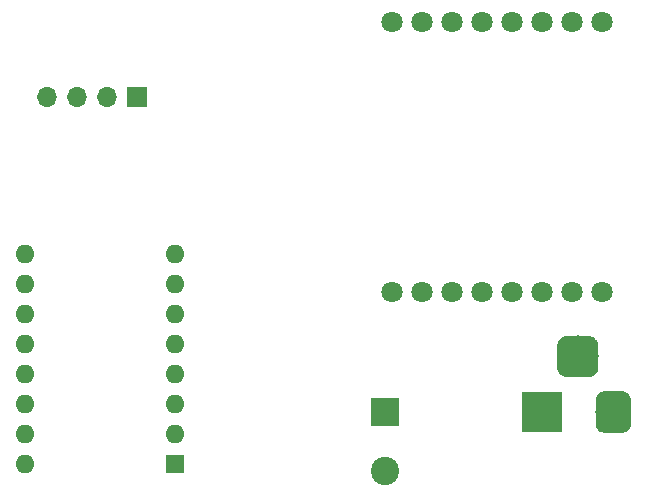
<source format=gbr>
G04 #@! TF.GenerationSoftware,KiCad,Pcbnew,(5.0.0)*
G04 #@! TF.CreationDate,2018-09-27T22:56:36-04:00*
G04 #@! TF.ProjectId,first attempt,666972737420617474656D70742E6B69,rev?*
G04 #@! TF.SameCoordinates,Original*
G04 #@! TF.FileFunction,Soldermask,Bot*
G04 #@! TF.FilePolarity,Negative*
%FSLAX46Y46*%
G04 Gerber Fmt 4.6, Leading zero omitted, Abs format (unit mm)*
G04 Created by KiCad (PCBNEW (5.0.0)) date 09/27/18 22:56:36*
%MOMM*%
%LPD*%
G01*
G04 APERTURE LIST*
%ADD10R,3.500000X3.500000*%
%ADD11C,0.100000*%
%ADD12C,3.000000*%
%ADD13C,3.500000*%
%ADD14C,1.800000*%
%ADD15R,1.600000X1.600000*%
%ADD16O,1.600000X1.600000*%
%ADD17R,2.400000X2.400000*%
%ADD18C,2.400000*%
%ADD19O,1.700000X1.700000*%
%ADD20R,1.700000X1.700000*%
G04 APERTURE END LIST*
D10*
G04 #@! TO.C,J1*
X201295000Y-116205000D03*
D11*
G36*
X208118513Y-114458611D02*
X208191318Y-114469411D01*
X208262714Y-114487295D01*
X208332013Y-114512090D01*
X208398548Y-114543559D01*
X208461678Y-114581398D01*
X208520795Y-114625242D01*
X208575330Y-114674670D01*
X208624758Y-114729205D01*
X208668602Y-114788322D01*
X208706441Y-114851452D01*
X208737910Y-114917987D01*
X208762705Y-114987286D01*
X208780589Y-115058682D01*
X208791389Y-115131487D01*
X208795000Y-115205000D01*
X208795000Y-117205000D01*
X208791389Y-117278513D01*
X208780589Y-117351318D01*
X208762705Y-117422714D01*
X208737910Y-117492013D01*
X208706441Y-117558548D01*
X208668602Y-117621678D01*
X208624758Y-117680795D01*
X208575330Y-117735330D01*
X208520795Y-117784758D01*
X208461678Y-117828602D01*
X208398548Y-117866441D01*
X208332013Y-117897910D01*
X208262714Y-117922705D01*
X208191318Y-117940589D01*
X208118513Y-117951389D01*
X208045000Y-117955000D01*
X206545000Y-117955000D01*
X206471487Y-117951389D01*
X206398682Y-117940589D01*
X206327286Y-117922705D01*
X206257987Y-117897910D01*
X206191452Y-117866441D01*
X206128322Y-117828602D01*
X206069205Y-117784758D01*
X206014670Y-117735330D01*
X205965242Y-117680795D01*
X205921398Y-117621678D01*
X205883559Y-117558548D01*
X205852090Y-117492013D01*
X205827295Y-117422714D01*
X205809411Y-117351318D01*
X205798611Y-117278513D01*
X205795000Y-117205000D01*
X205795000Y-115205000D01*
X205798611Y-115131487D01*
X205809411Y-115058682D01*
X205827295Y-114987286D01*
X205852090Y-114917987D01*
X205883559Y-114851452D01*
X205921398Y-114788322D01*
X205965242Y-114729205D01*
X206014670Y-114674670D01*
X206069205Y-114625242D01*
X206128322Y-114581398D01*
X206191452Y-114543559D01*
X206257987Y-114512090D01*
X206327286Y-114487295D01*
X206398682Y-114469411D01*
X206471487Y-114458611D01*
X206545000Y-114455000D01*
X208045000Y-114455000D01*
X208118513Y-114458611D01*
X208118513Y-114458611D01*
G37*
D12*
X207295000Y-116205000D03*
D11*
G36*
X205255765Y-109759213D02*
X205340704Y-109771813D01*
X205423999Y-109792677D01*
X205504848Y-109821605D01*
X205582472Y-109858319D01*
X205656124Y-109902464D01*
X205725094Y-109953616D01*
X205788718Y-110011282D01*
X205846384Y-110074906D01*
X205897536Y-110143876D01*
X205941681Y-110217528D01*
X205978395Y-110295152D01*
X206007323Y-110376001D01*
X206028187Y-110459296D01*
X206040787Y-110544235D01*
X206045000Y-110630000D01*
X206045000Y-112380000D01*
X206040787Y-112465765D01*
X206028187Y-112550704D01*
X206007323Y-112633999D01*
X205978395Y-112714848D01*
X205941681Y-112792472D01*
X205897536Y-112866124D01*
X205846384Y-112935094D01*
X205788718Y-112998718D01*
X205725094Y-113056384D01*
X205656124Y-113107536D01*
X205582472Y-113151681D01*
X205504848Y-113188395D01*
X205423999Y-113217323D01*
X205340704Y-113238187D01*
X205255765Y-113250787D01*
X205170000Y-113255000D01*
X203420000Y-113255000D01*
X203334235Y-113250787D01*
X203249296Y-113238187D01*
X203166001Y-113217323D01*
X203085152Y-113188395D01*
X203007528Y-113151681D01*
X202933876Y-113107536D01*
X202864906Y-113056384D01*
X202801282Y-112998718D01*
X202743616Y-112935094D01*
X202692464Y-112866124D01*
X202648319Y-112792472D01*
X202611605Y-112714848D01*
X202582677Y-112633999D01*
X202561813Y-112550704D01*
X202549213Y-112465765D01*
X202545000Y-112380000D01*
X202545000Y-110630000D01*
X202549213Y-110544235D01*
X202561813Y-110459296D01*
X202582677Y-110376001D01*
X202611605Y-110295152D01*
X202648319Y-110217528D01*
X202692464Y-110143876D01*
X202743616Y-110074906D01*
X202801282Y-110011282D01*
X202864906Y-109953616D01*
X202933876Y-109902464D01*
X203007528Y-109858319D01*
X203085152Y-109821605D01*
X203166001Y-109792677D01*
X203249296Y-109771813D01*
X203334235Y-109759213D01*
X203420000Y-109755000D01*
X205170000Y-109755000D01*
X205255765Y-109759213D01*
X205255765Y-109759213D01*
G37*
D13*
X204295000Y-111505000D03*
G04 #@! TD*
D14*
G04 #@! TO.C,U1*
X188595000Y-106045000D03*
X191135000Y-106045000D03*
X193675000Y-106045000D03*
X196215000Y-106045000D03*
X198755000Y-106045000D03*
X201295000Y-106045000D03*
X203835000Y-106045000D03*
X206375000Y-106045000D03*
X206375000Y-83185000D03*
X203835000Y-83185000D03*
X201295000Y-83185000D03*
X198755000Y-83185000D03*
X196215000Y-83185000D03*
X193675000Y-83185000D03*
X191135000Y-83185000D03*
X188595000Y-83185000D03*
G04 #@! TD*
D15*
G04 #@! TO.C,A1*
X170180000Y-120650000D03*
D16*
X157480000Y-102870000D03*
X170180000Y-118110000D03*
X157480000Y-105410000D03*
X170180000Y-115570000D03*
X157480000Y-107950000D03*
X170180000Y-113030000D03*
X157480000Y-110490000D03*
X170180000Y-110490000D03*
X157480000Y-113030000D03*
X170180000Y-107950000D03*
X157480000Y-115570000D03*
X170180000Y-105410000D03*
X157480000Y-118110000D03*
X170180000Y-102870000D03*
X157480000Y-120650000D03*
G04 #@! TD*
D17*
G04 #@! TO.C,C1*
X187960000Y-116205000D03*
D18*
X187960000Y-121205000D03*
G04 #@! TD*
D19*
G04 #@! TO.C,J2*
X159385000Y-89535000D03*
X161925000Y-89535000D03*
X164465000Y-89535000D03*
D20*
X167005000Y-89535000D03*
G04 #@! TD*
M02*

</source>
